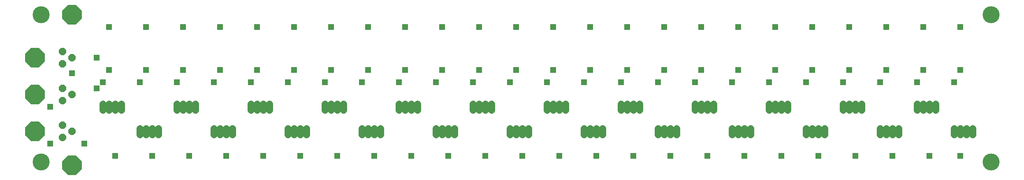
<source format=gbs>
G75*
G70*
%OFA0B0*%
%FSLAX24Y24*%
%IPPOS*%
%LPD*%
%AMOC8*
5,1,8,0,0,1.08239X$1,22.5*
%
%ADD10C,0.0580*%
%ADD11OC8,0.0600*%
%ADD12OC8,0.1580*%
%ADD13C,0.1380*%
%ADD14R,0.0476X0.0476*%
D10*
X013010Y003876D02*
X013010Y004376D01*
X013510Y004376D02*
X013510Y003876D01*
X014010Y003876D02*
X014010Y004376D01*
X014510Y004376D02*
X014510Y003876D01*
X019010Y003876D02*
X019010Y004376D01*
X019510Y004376D02*
X019510Y003876D01*
X020010Y003876D02*
X020010Y004376D01*
X020510Y004376D02*
X020510Y003876D01*
X025010Y003876D02*
X025010Y004376D01*
X025510Y004376D02*
X025510Y003876D01*
X026010Y003876D02*
X026010Y004376D01*
X026510Y004376D02*
X026510Y003876D01*
X031010Y003876D02*
X031010Y004376D01*
X031510Y004376D02*
X031510Y003876D01*
X032010Y003876D02*
X032010Y004376D01*
X032510Y004376D02*
X032510Y003876D01*
X037010Y003876D02*
X037010Y004376D01*
X037510Y004376D02*
X037510Y003876D01*
X038010Y003876D02*
X038010Y004376D01*
X038510Y004376D02*
X038510Y003876D01*
X043010Y003876D02*
X043010Y004376D01*
X043510Y004376D02*
X043510Y003876D01*
X044010Y003876D02*
X044010Y004376D01*
X044510Y004376D02*
X044510Y003876D01*
X049010Y003876D02*
X049010Y004376D01*
X049510Y004376D02*
X049510Y003876D01*
X050010Y003876D02*
X050010Y004376D01*
X050510Y004376D02*
X050510Y003876D01*
X055010Y003876D02*
X055010Y004376D01*
X055510Y004376D02*
X055510Y003876D01*
X056010Y003876D02*
X056010Y004376D01*
X056510Y004376D02*
X056510Y003876D01*
X061010Y003876D02*
X061010Y004376D01*
X061510Y004376D02*
X061510Y003876D01*
X062010Y003876D02*
X062010Y004376D01*
X062510Y004376D02*
X062510Y003876D01*
X067010Y003876D02*
X067010Y004376D01*
X067510Y004376D02*
X067510Y003876D01*
X068010Y003876D02*
X068010Y004376D01*
X068510Y004376D02*
X068510Y003876D01*
X073010Y003876D02*
X073010Y004376D01*
X073510Y004376D02*
X073510Y003876D01*
X074010Y003876D02*
X074010Y004376D01*
X074510Y004376D02*
X074510Y003876D01*
X079010Y003876D02*
X079010Y004376D01*
X079510Y004376D02*
X079510Y003876D01*
X080010Y003876D02*
X080010Y004376D01*
X080510Y004376D02*
X080510Y003876D01*
X077510Y005876D02*
X077510Y006376D01*
X077010Y006376D02*
X077010Y005876D01*
X076510Y005876D02*
X076510Y006376D01*
X076010Y006376D02*
X076010Y005876D01*
X071510Y005876D02*
X071510Y006376D01*
X071010Y006376D02*
X071010Y005876D01*
X070510Y005876D02*
X070510Y006376D01*
X070010Y006376D02*
X070010Y005876D01*
X065510Y005876D02*
X065510Y006376D01*
X065010Y006376D02*
X065010Y005876D01*
X064510Y005876D02*
X064510Y006376D01*
X064010Y006376D02*
X064010Y005876D01*
X059510Y005876D02*
X059510Y006376D01*
X059010Y006376D02*
X059010Y005876D01*
X058510Y005876D02*
X058510Y006376D01*
X058010Y006376D02*
X058010Y005876D01*
X053510Y005876D02*
X053510Y006376D01*
X053010Y006376D02*
X053010Y005876D01*
X052510Y005876D02*
X052510Y006376D01*
X052010Y006376D02*
X052010Y005876D01*
X047510Y005876D02*
X047510Y006376D01*
X047010Y006376D02*
X047010Y005876D01*
X046510Y005876D02*
X046510Y006376D01*
X046010Y006376D02*
X046010Y005876D01*
X041510Y005876D02*
X041510Y006376D01*
X041010Y006376D02*
X041010Y005876D01*
X040510Y005876D02*
X040510Y006376D01*
X040010Y006376D02*
X040010Y005876D01*
X035510Y005876D02*
X035510Y006376D01*
X035010Y006376D02*
X035010Y005876D01*
X034510Y005876D02*
X034510Y006376D01*
X034010Y006376D02*
X034010Y005876D01*
X029510Y005876D02*
X029510Y006376D01*
X029010Y006376D02*
X029010Y005876D01*
X028510Y005876D02*
X028510Y006376D01*
X028010Y006376D02*
X028010Y005876D01*
X023510Y005876D02*
X023510Y006376D01*
X023010Y006376D02*
X023010Y005876D01*
X022510Y005876D02*
X022510Y006376D01*
X022010Y006376D02*
X022010Y005876D01*
X017510Y005876D02*
X017510Y006376D01*
X017010Y006376D02*
X017010Y005876D01*
X016510Y005876D02*
X016510Y006376D01*
X016010Y006376D02*
X016010Y005876D01*
X011510Y005876D02*
X011510Y006376D01*
X011010Y006376D02*
X011010Y005876D01*
X010510Y005876D02*
X010510Y006376D01*
X010010Y006376D02*
X010010Y005876D01*
D11*
X006760Y006626D03*
X007510Y007126D03*
X006760Y007626D03*
X006760Y009626D03*
X007510Y010126D03*
X006760Y010626D03*
X006760Y004626D03*
X007510Y004126D03*
X006760Y003626D03*
D12*
X004510Y004126D03*
X007510Y001376D03*
X004510Y007126D03*
X004510Y010126D03*
X007510Y013626D03*
D13*
X005010Y001626D03*
X005010Y013626D03*
X082010Y013626D03*
X082010Y001626D03*
D14*
X079510Y002126D03*
X077010Y002126D03*
X074010Y002126D03*
X071010Y002126D03*
X068010Y002126D03*
X065010Y002126D03*
X062010Y002126D03*
X059010Y002126D03*
X056010Y002126D03*
X053010Y002126D03*
X050010Y002126D03*
X047010Y002126D03*
X044010Y002126D03*
X041010Y002126D03*
X038010Y002126D03*
X035010Y002126D03*
X032010Y002126D03*
X029010Y002126D03*
X026010Y002126D03*
X023010Y002126D03*
X020010Y002126D03*
X017010Y002126D03*
X014010Y002126D03*
X011010Y002126D03*
X008510Y003126D03*
X005760Y003126D03*
X005760Y006126D03*
X009510Y007626D03*
X010010Y008126D03*
X007510Y008876D03*
X010510Y009126D03*
X013510Y009126D03*
X016510Y009126D03*
X019510Y009126D03*
X022510Y009126D03*
X025510Y009126D03*
X028510Y009126D03*
X031510Y009126D03*
X034510Y009126D03*
X037510Y009126D03*
X040510Y009126D03*
X043510Y009126D03*
X046510Y009126D03*
X049510Y009126D03*
X052510Y009126D03*
X055510Y009126D03*
X058510Y009126D03*
X061510Y009126D03*
X064510Y009126D03*
X067510Y009126D03*
X070510Y009126D03*
X073510Y009126D03*
X076510Y009126D03*
X079510Y009126D03*
X079010Y008126D03*
X076010Y008126D03*
X073010Y008126D03*
X070010Y008126D03*
X067010Y008126D03*
X064010Y008126D03*
X061010Y008126D03*
X058010Y008126D03*
X055010Y008126D03*
X052010Y008126D03*
X049010Y008126D03*
X046010Y008126D03*
X043010Y008126D03*
X040010Y008126D03*
X037010Y008126D03*
X034010Y008126D03*
X031010Y008126D03*
X028010Y008126D03*
X025010Y008126D03*
X022010Y008126D03*
X019010Y008126D03*
X016010Y008126D03*
X013010Y008126D03*
X009510Y010126D03*
X010510Y012626D03*
X013510Y012626D03*
X016510Y012626D03*
X019510Y012626D03*
X022510Y012626D03*
X025510Y012626D03*
X028510Y012626D03*
X031510Y012626D03*
X034510Y012626D03*
X037510Y012626D03*
X040510Y012626D03*
X043510Y012626D03*
X046510Y012626D03*
X049510Y012626D03*
X052510Y012626D03*
X055510Y012626D03*
X058510Y012626D03*
X061510Y012626D03*
X064510Y012626D03*
X067510Y012626D03*
X070510Y012626D03*
X073510Y012626D03*
X076510Y012626D03*
X079510Y012626D03*
M02*

</source>
